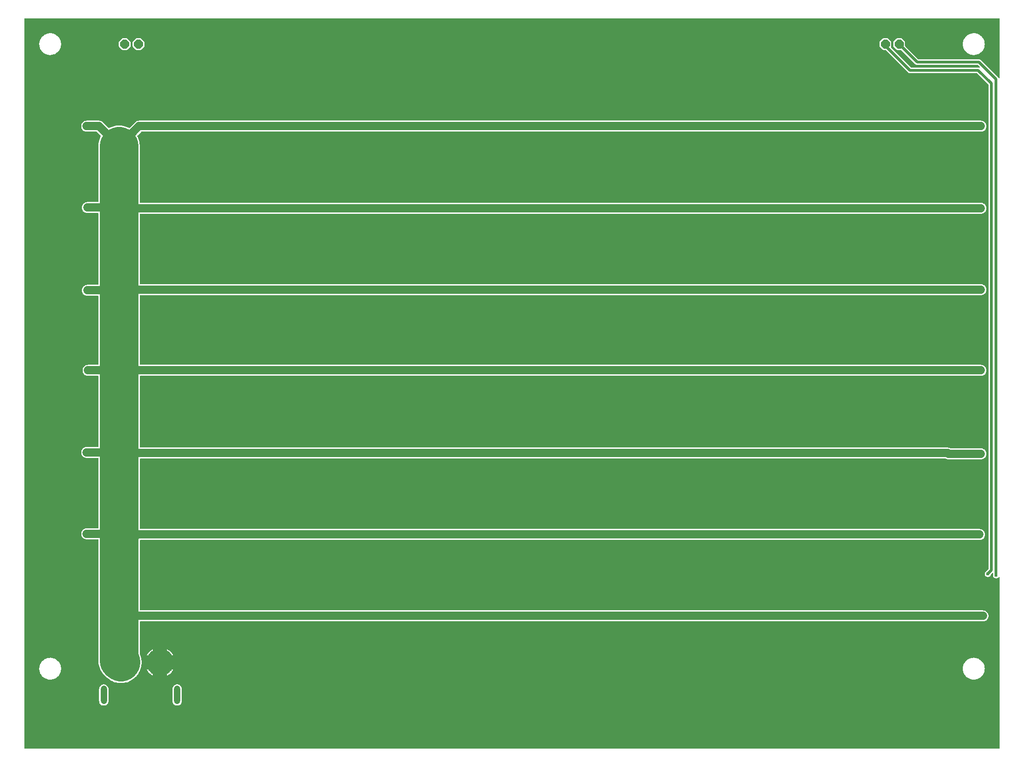
<source format=gbl>
G04 Layer: BottomLayer*
G04 EasyEDA v6.5.47, 2024-11-13 01:40:09*
G04 1c21e17b061f4530800f8f8e294a802d,69e988d02e8547bda770e33b2b7d29c3,10*
G04 Gerber Generator version 0.2*
G04 Scale: 100 percent, Rotated: No, Reflected: No *
G04 Dimensions in millimeters *
G04 leading zeros omitted , absolute positions ,4 integer and 5 decimal *
%FSLAX45Y45*%
%MOMM*%

%AMMACRO1*4,1,8,-0.3401,-0.8214,-0.8214,-0.3401,-0.8214,0.3401,-0.3401,0.8214,0.3401,0.8214,0.8214,0.3401,0.8214,-0.3401,0.3401,-0.8214,-0.3401,-0.8214,0*%
%AMMACRO2*4,1,8,0.3401,0.8214,0.8214,0.3401,0.8214,-0.3401,0.3401,-0.8214,-0.3401,-0.8214,-0.8214,-0.3401,-0.8214,0.3401,-0.3401,0.8214,0.3401,0.8214,0*%
%ADD10C,0.5000*%
%ADD11C,1.5000*%
%ADD12C,7.1000*%
%ADD13C,5.0000*%
%ADD14O,1.1999976X3.3999932*%
%ADD15C,0.6096*%
%ADD16MACRO1*%
%ADD17MACRO2*%
%ADD18C,1.5240*%
%ADD19C,0.6200*%
%ADD20C,0.0150*%

%LPD*%
G36*
X286054Y-12974066D02*
G01*
X282194Y-12973304D01*
X278892Y-12971068D01*
X276656Y-12967817D01*
X275894Y-12963906D01*
X275894Y463905D01*
X276656Y467817D01*
X278892Y471119D01*
X282194Y473303D01*
X286054Y474065D01*
X18213882Y474065D01*
X18217794Y473303D01*
X18221096Y471119D01*
X18223280Y467817D01*
X18224042Y463905D01*
X18224042Y-617169D01*
X18223128Y-621385D01*
X18220537Y-624890D01*
X18216727Y-626922D01*
X18212409Y-627227D01*
X18208396Y-625703D01*
X18205348Y-622655D01*
X18202706Y-618490D01*
X18200014Y-614984D01*
X18196864Y-611530D01*
X17879669Y-294335D01*
X17876215Y-291185D01*
X17872710Y-288493D01*
X17868950Y-286105D01*
X17864988Y-284073D01*
X17860924Y-282346D01*
X17856657Y-281025D01*
X17852339Y-280060D01*
X17847919Y-279501D01*
X17843296Y-279298D01*
X16732453Y-279298D01*
X16728592Y-278536D01*
X16725290Y-276301D01*
X16488003Y-39014D01*
X16485768Y-35712D01*
X16485006Y-31851D01*
X16485006Y33528D01*
X16484498Y39065D01*
X16483025Y43891D01*
X16480586Y48361D01*
X16477081Y52679D01*
X16429634Y100126D01*
X16425367Y103632D01*
X16420896Y106019D01*
X16416019Y107492D01*
X16410482Y108051D01*
X16343477Y108051D01*
X16337889Y107492D01*
X16333063Y106019D01*
X16328593Y103632D01*
X16324275Y100126D01*
X16276878Y52679D01*
X16273322Y48361D01*
X16270935Y43891D01*
X16269462Y39065D01*
X16268903Y33528D01*
X16268903Y-33528D01*
X16269462Y-39065D01*
X16270935Y-43891D01*
X16273322Y-48361D01*
X16276878Y-52679D01*
X16324275Y-100126D01*
X16328593Y-103632D01*
X16333063Y-106019D01*
X16337889Y-107492D01*
X16343477Y-108051D01*
X16408806Y-108051D01*
X16412718Y-108813D01*
X16416019Y-111048D01*
X16671036Y-366064D01*
X16674439Y-369214D01*
X16677995Y-371906D01*
X16681754Y-374294D01*
X16685666Y-376326D01*
X16689781Y-378053D01*
X16693997Y-379374D01*
X16698366Y-380339D01*
X16702735Y-380898D01*
X16707408Y-381101D01*
X17818201Y-381101D01*
X17822113Y-381863D01*
X17825364Y-384098D01*
X17859654Y-418338D01*
X17862042Y-422148D01*
X17862600Y-426618D01*
X17861127Y-430885D01*
X17857978Y-434085D01*
X17853761Y-435609D01*
X17849291Y-435203D01*
X17843906Y-433425D01*
X17839639Y-432460D01*
X17835219Y-431901D01*
X17830596Y-431698D01*
X16598798Y-431698D01*
X16594886Y-430936D01*
X16591635Y-428701D01*
X16226231Y-63296D01*
X16224097Y-60248D01*
X16223234Y-56641D01*
X16223742Y-52933D01*
X16226586Y-48361D01*
X16229025Y-43891D01*
X16230498Y-39065D01*
X16231006Y-33528D01*
X16231006Y33528D01*
X16230498Y39065D01*
X16229025Y43891D01*
X16226586Y48361D01*
X16223081Y52679D01*
X16175634Y100126D01*
X16171367Y103632D01*
X16166896Y106019D01*
X16162019Y107492D01*
X16156482Y108051D01*
X16089477Y108051D01*
X16083889Y107492D01*
X16079063Y106019D01*
X16074593Y103632D01*
X16070275Y100126D01*
X16022878Y52679D01*
X16019322Y48361D01*
X16016935Y43891D01*
X16015462Y39065D01*
X16014903Y33528D01*
X16014903Y-33528D01*
X16015462Y-39065D01*
X16016935Y-43891D01*
X16019322Y-48361D01*
X16022878Y-52679D01*
X16070275Y-100126D01*
X16074593Y-103632D01*
X16079063Y-106019D01*
X16083889Y-107492D01*
X16089477Y-108051D01*
X16122751Y-108051D01*
X16126612Y-108813D01*
X16129914Y-111048D01*
X16537330Y-518464D01*
X16540784Y-521614D01*
X16544290Y-524306D01*
X16548049Y-526694D01*
X16552011Y-528726D01*
X16556075Y-530453D01*
X16560342Y-531774D01*
X16564660Y-532739D01*
X16569080Y-533298D01*
X16573703Y-533501D01*
X17805501Y-533501D01*
X17809413Y-534263D01*
X17812664Y-536498D01*
X18018201Y-742035D01*
X18020436Y-745286D01*
X18021198Y-749198D01*
X18021198Y-9664801D01*
X18020436Y-9668713D01*
X18018201Y-9671964D01*
X17991785Y-9698380D01*
X17988432Y-9700666D01*
X17982996Y-9702800D01*
X17974767Y-9707880D01*
X17967553Y-9714230D01*
X17961457Y-9721748D01*
X17956784Y-9730181D01*
X17953583Y-9739274D01*
X17951958Y-9748774D01*
X17951958Y-9758426D01*
X17953583Y-9767925D01*
X17956784Y-9777018D01*
X17961457Y-9785451D01*
X17967553Y-9792970D01*
X17974767Y-9799320D01*
X17982996Y-9804400D01*
X17991937Y-9807956D01*
X18001386Y-9809988D01*
X18011038Y-9810445D01*
X18020588Y-9809175D01*
X18029783Y-9806381D01*
X18038419Y-9802012D01*
X18046192Y-9796272D01*
X18052846Y-9789312D01*
X18058231Y-9781336D01*
X18061940Y-9773208D01*
X18064022Y-9770211D01*
X18092724Y-9741458D01*
X18096026Y-9739223D01*
X18099938Y-9738461D01*
X18103799Y-9739223D01*
X18107101Y-9741458D01*
X18109336Y-9744760D01*
X18110098Y-9748621D01*
X18110098Y-9751314D01*
X18109488Y-9754666D01*
X18105983Y-9764674D01*
X18104358Y-9774174D01*
X18104358Y-9783826D01*
X18105983Y-9793325D01*
X18109184Y-9802418D01*
X18113857Y-9810851D01*
X18119953Y-9818370D01*
X18127167Y-9824720D01*
X18135396Y-9829800D01*
X18144337Y-9833356D01*
X18153786Y-9835388D01*
X18163438Y-9835845D01*
X18172988Y-9834575D01*
X18182183Y-9831781D01*
X18190819Y-9827412D01*
X18198592Y-9821672D01*
X18208548Y-9811410D01*
X18212612Y-9809988D01*
X18216880Y-9810343D01*
X18220588Y-9812426D01*
X18223128Y-9815880D01*
X18224042Y-9820097D01*
X18224042Y-12963906D01*
X18223280Y-12967817D01*
X18221096Y-12971068D01*
X18217794Y-12973304D01*
X18213882Y-12974066D01*
G37*

%LPC*%
G36*
X1737309Y-12179808D02*
G01*
X1749552Y-12178944D01*
X1761489Y-12176302D01*
X1772970Y-12172035D01*
X1783740Y-12166193D01*
X1793544Y-12158827D01*
X1802231Y-12150140D01*
X1809546Y-12140336D01*
X1815439Y-12129617D01*
X1819706Y-12118136D01*
X1822297Y-12106148D01*
X1823212Y-12093549D01*
X1823212Y-11874296D01*
X1822297Y-11861698D01*
X1819706Y-11849709D01*
X1815439Y-11838228D01*
X1809546Y-11827510D01*
X1802231Y-11817705D01*
X1793544Y-11809018D01*
X1783740Y-11801652D01*
X1772970Y-11795810D01*
X1761489Y-11791543D01*
X1749552Y-11788902D01*
X1737309Y-11788038D01*
X1725066Y-11788902D01*
X1713128Y-11791543D01*
X1701647Y-11795810D01*
X1690878Y-11801652D01*
X1681073Y-11809018D01*
X1672386Y-11817705D01*
X1665071Y-11827510D01*
X1659178Y-11838228D01*
X1654911Y-11849709D01*
X1652320Y-11861698D01*
X1651406Y-11874296D01*
X1651406Y-12093549D01*
X1652320Y-12106148D01*
X1654911Y-12118136D01*
X1659178Y-12129617D01*
X1665071Y-12140336D01*
X1672386Y-12150140D01*
X1681073Y-12158827D01*
X1690878Y-12166193D01*
X1701647Y-12172035D01*
X1713128Y-12176302D01*
X1725066Y-12178944D01*
G37*
G36*
X3087319Y-12179808D02*
G01*
X3099562Y-12178944D01*
X3111500Y-12176302D01*
X3122980Y-12172035D01*
X3133750Y-12166193D01*
X3143554Y-12158827D01*
X3152241Y-12150140D01*
X3159556Y-12140336D01*
X3165449Y-12129617D01*
X3169716Y-12118136D01*
X3172307Y-12106148D01*
X3173222Y-12093549D01*
X3173222Y-11874296D01*
X3172307Y-11861698D01*
X3169716Y-11849709D01*
X3165449Y-11838228D01*
X3159556Y-11827510D01*
X3152241Y-11817705D01*
X3143554Y-11809018D01*
X3133750Y-11801652D01*
X3122980Y-11795810D01*
X3111500Y-11791543D01*
X3099562Y-11788902D01*
X3087319Y-11788038D01*
X3075076Y-11788902D01*
X3063138Y-11791543D01*
X3051657Y-11795810D01*
X3040888Y-11801652D01*
X3031083Y-11809018D01*
X3022396Y-11817705D01*
X3015081Y-11827510D01*
X3009188Y-11838228D01*
X3004921Y-11849709D01*
X3002330Y-11861698D01*
X3001416Y-11874296D01*
X3001416Y-12093549D01*
X3002330Y-12106148D01*
X3004921Y-12118136D01*
X3009188Y-12129617D01*
X3015081Y-12140336D01*
X3022396Y-12150140D01*
X3031083Y-12158827D01*
X3040888Y-12166193D01*
X3051657Y-12172035D01*
X3063138Y-12176302D01*
X3075076Y-12178944D01*
G37*
G36*
X2052421Y-11764924D02*
G01*
X2079548Y-11763908D01*
X2106625Y-11761012D01*
X2133346Y-11756186D01*
X2159711Y-11749481D01*
X2185517Y-11740896D01*
X2210612Y-11730482D01*
X2234946Y-11718290D01*
X2258314Y-11704421D01*
X2280666Y-11688927D01*
X2301849Y-11671858D01*
X2321712Y-11653316D01*
X2340254Y-11633454D01*
X2357323Y-11612270D01*
X2372817Y-11589918D01*
X2386685Y-11566550D01*
X2398877Y-11542217D01*
X2409291Y-11517122D01*
X2417876Y-11491315D01*
X2424582Y-11464950D01*
X2429408Y-11438229D01*
X2432304Y-11411153D01*
X2433320Y-11384026D01*
X2432304Y-11356848D01*
X2429408Y-11329771D01*
X2424582Y-11303050D01*
X2417876Y-11276685D01*
X2409291Y-11250879D01*
X2400960Y-11230864D01*
X2400198Y-11226952D01*
X2400198Y-10639348D01*
X2400960Y-10635488D01*
X2403195Y-10632186D01*
X2406497Y-10630001D01*
X2410358Y-10629188D01*
X17919344Y-10629188D01*
X17932857Y-10628325D01*
X17945811Y-10625734D01*
X17958308Y-10621518D01*
X17970144Y-10615676D01*
X17981117Y-10608360D01*
X17991023Y-10599623D01*
X17999760Y-10589717D01*
X18007076Y-10578744D01*
X18012918Y-10566908D01*
X18017134Y-10554411D01*
X18019725Y-10541457D01*
X18020588Y-10528300D01*
X18019725Y-10515142D01*
X18017134Y-10502188D01*
X18012918Y-10489692D01*
X18007076Y-10477855D01*
X17999760Y-10466882D01*
X17991023Y-10456976D01*
X17981117Y-10448239D01*
X17970144Y-10440924D01*
X17958308Y-10435082D01*
X17945811Y-10430865D01*
X17932857Y-10428274D01*
X17919344Y-10427411D01*
X2410358Y-10427411D01*
X2406497Y-10426598D01*
X2403195Y-10424414D01*
X2400960Y-10421112D01*
X2400198Y-10417251D01*
X2400198Y-9140748D01*
X2400960Y-9136888D01*
X2403195Y-9133586D01*
X2406497Y-9131401D01*
X2410358Y-9130588D01*
X17855844Y-9130588D01*
X17869357Y-9129725D01*
X17882311Y-9127134D01*
X17894808Y-9122918D01*
X17906644Y-9117076D01*
X17917617Y-9109760D01*
X17927523Y-9101023D01*
X17936260Y-9091117D01*
X17943576Y-9080144D01*
X17949418Y-9068308D01*
X17953634Y-9055811D01*
X17956225Y-9042857D01*
X17957088Y-9029700D01*
X17956225Y-9016542D01*
X17953634Y-9003588D01*
X17949418Y-8991092D01*
X17943576Y-8979255D01*
X17936260Y-8968282D01*
X17927523Y-8958376D01*
X17917617Y-8949639D01*
X17906644Y-8942324D01*
X17894808Y-8936482D01*
X17882311Y-8932265D01*
X17869357Y-8929674D01*
X17855844Y-8928811D01*
X2410358Y-8928811D01*
X2406497Y-8927998D01*
X2403195Y-8925814D01*
X2400960Y-8922512D01*
X2400198Y-8918651D01*
X2400198Y-7642148D01*
X2400960Y-7638288D01*
X2403195Y-7634986D01*
X2406497Y-7632801D01*
X2410358Y-7631988D01*
X17233595Y-7631988D01*
X17238065Y-7633055D01*
X17246092Y-7637018D01*
X17258588Y-7641234D01*
X17271542Y-7643825D01*
X17285055Y-7644688D01*
X17881244Y-7644688D01*
X17894757Y-7643825D01*
X17907711Y-7641234D01*
X17920208Y-7637018D01*
X17932044Y-7631175D01*
X17943017Y-7623860D01*
X17952923Y-7615123D01*
X17961660Y-7605217D01*
X17968976Y-7594244D01*
X17974818Y-7582408D01*
X17979034Y-7569911D01*
X17981625Y-7556957D01*
X17982488Y-7543800D01*
X17981625Y-7530642D01*
X17979034Y-7517688D01*
X17974818Y-7505192D01*
X17968976Y-7493355D01*
X17961660Y-7482382D01*
X17952923Y-7472476D01*
X17943017Y-7463739D01*
X17932044Y-7456424D01*
X17920208Y-7450581D01*
X17907711Y-7446365D01*
X17894757Y-7443774D01*
X17881244Y-7442911D01*
X17323104Y-7442911D01*
X17318634Y-7441844D01*
X17310608Y-7437881D01*
X17298111Y-7433665D01*
X17285157Y-7431074D01*
X17271644Y-7430211D01*
X2410358Y-7430211D01*
X2406497Y-7429398D01*
X2403195Y-7427214D01*
X2400960Y-7423912D01*
X2400198Y-7420051D01*
X2400198Y-6118047D01*
X2400960Y-6114186D01*
X2403195Y-6110884D01*
X2406497Y-6108649D01*
X2410358Y-6107887D01*
X17881244Y-6107988D01*
X17894757Y-6107125D01*
X17907711Y-6104534D01*
X17920208Y-6100318D01*
X17932044Y-6094476D01*
X17943017Y-6087160D01*
X17952923Y-6078423D01*
X17961660Y-6068517D01*
X17968976Y-6057544D01*
X17974818Y-6045708D01*
X17979034Y-6033211D01*
X17981625Y-6020257D01*
X17982488Y-6007100D01*
X17981625Y-5993942D01*
X17979034Y-5980988D01*
X17974818Y-5968492D01*
X17968976Y-5956655D01*
X17961660Y-5945682D01*
X17952923Y-5935776D01*
X17943017Y-5927039D01*
X17932044Y-5919724D01*
X17920208Y-5913882D01*
X17907711Y-5909665D01*
X17894757Y-5907074D01*
X17881244Y-5906211D01*
X17299127Y-5906211D01*
X17297044Y-5906058D01*
X2410358Y-5906058D01*
X2406497Y-5905296D01*
X2403195Y-5903112D01*
X2400960Y-5899810D01*
X2400198Y-5895898D01*
X2400198Y-4632248D01*
X2400960Y-4628388D01*
X2403195Y-4625086D01*
X2406497Y-4622901D01*
X2410358Y-4622088D01*
X17881244Y-4622088D01*
X17894757Y-4621225D01*
X17907711Y-4618634D01*
X17920208Y-4614418D01*
X17932044Y-4608576D01*
X17943017Y-4601260D01*
X17952923Y-4592523D01*
X17961660Y-4582617D01*
X17968976Y-4571644D01*
X17974818Y-4559808D01*
X17979034Y-4547311D01*
X17981625Y-4534357D01*
X17982488Y-4521200D01*
X17981625Y-4508042D01*
X17979034Y-4495088D01*
X17974818Y-4482592D01*
X17968976Y-4470755D01*
X17961660Y-4459782D01*
X17952923Y-4449876D01*
X17943017Y-4441139D01*
X17932044Y-4433824D01*
X17920208Y-4427982D01*
X17907711Y-4423765D01*
X17894757Y-4421174D01*
X17881244Y-4420311D01*
X2410358Y-4420311D01*
X2406497Y-4419498D01*
X2403195Y-4417314D01*
X2400960Y-4414012D01*
X2400198Y-4410151D01*
X2400198Y-3133547D01*
X2400960Y-3129686D01*
X2403195Y-3126384D01*
X2406497Y-3124149D01*
X2410358Y-3123387D01*
X17881244Y-3123488D01*
X17894757Y-3122625D01*
X17907711Y-3120034D01*
X17920208Y-3115818D01*
X17932044Y-3109976D01*
X17943017Y-3102660D01*
X17952923Y-3093923D01*
X17961660Y-3084017D01*
X17968976Y-3073044D01*
X17974818Y-3061208D01*
X17979034Y-3048711D01*
X17981625Y-3035757D01*
X17982488Y-3022600D01*
X17981625Y-3009442D01*
X17979034Y-2996488D01*
X17974818Y-2983992D01*
X17968976Y-2972155D01*
X17961660Y-2961182D01*
X17952923Y-2951276D01*
X17943017Y-2942539D01*
X17932044Y-2935224D01*
X17920208Y-2929382D01*
X17907711Y-2925165D01*
X17894757Y-2922574D01*
X17881244Y-2921711D01*
X17476927Y-2921711D01*
X17474844Y-2921558D01*
X2410358Y-2921558D01*
X2406497Y-2920796D01*
X2403195Y-2918612D01*
X2400960Y-2915310D01*
X2400198Y-2911398D01*
X2400198Y-1879803D01*
X2399233Y-1852422D01*
X2396337Y-1825396D01*
X2391511Y-1798624D01*
X2384755Y-1772310D01*
X2376170Y-1746504D01*
X2365756Y-1721357D01*
X2353868Y-1697583D01*
X2352802Y-1693519D01*
X2353462Y-1689354D01*
X2355748Y-1685848D01*
X2426411Y-1615186D01*
X2429713Y-1613001D01*
X2433624Y-1612188D01*
X17881244Y-1612188D01*
X17894757Y-1611325D01*
X17907711Y-1608734D01*
X17920208Y-1604518D01*
X17932044Y-1598676D01*
X17943017Y-1591360D01*
X17952923Y-1582623D01*
X17961660Y-1572717D01*
X17968976Y-1561744D01*
X17974818Y-1549908D01*
X17979034Y-1537411D01*
X17981625Y-1524457D01*
X17982488Y-1511300D01*
X17981625Y-1498142D01*
X17979034Y-1485188D01*
X17974818Y-1472692D01*
X17968976Y-1460855D01*
X17961660Y-1449882D01*
X17952923Y-1439976D01*
X17943017Y-1431239D01*
X17932044Y-1423924D01*
X17920208Y-1418082D01*
X17907711Y-1413865D01*
X17894757Y-1411274D01*
X17881244Y-1410411D01*
X2387955Y-1410411D01*
X2374442Y-1411274D01*
X2361488Y-1413865D01*
X2348992Y-1418082D01*
X2337155Y-1423924D01*
X2326182Y-1431239D01*
X2316022Y-1440180D01*
X2213051Y-1543151D01*
X2209546Y-1545437D01*
X2205380Y-1546098D01*
X2201316Y-1545031D01*
X2177542Y-1533144D01*
X2152396Y-1522730D01*
X2126589Y-1514144D01*
X2100275Y-1507388D01*
X2073503Y-1502562D01*
X2046478Y-1499666D01*
X2019300Y-1498701D01*
X1992122Y-1499666D01*
X1965096Y-1502562D01*
X1938324Y-1507388D01*
X1912010Y-1514144D01*
X1886204Y-1522730D01*
X1861057Y-1533144D01*
X1837283Y-1545031D01*
X1833219Y-1546098D01*
X1829054Y-1545437D01*
X1825548Y-1543151D01*
X1722577Y-1440180D01*
X1712417Y-1431239D01*
X1701444Y-1423924D01*
X1689607Y-1418082D01*
X1677111Y-1413865D01*
X1664157Y-1411274D01*
X1650644Y-1410411D01*
X1422755Y-1410411D01*
X1409242Y-1411274D01*
X1396288Y-1413865D01*
X1383792Y-1418082D01*
X1371955Y-1423924D01*
X1360982Y-1431239D01*
X1351076Y-1439976D01*
X1342339Y-1449882D01*
X1335024Y-1460855D01*
X1329182Y-1472692D01*
X1324965Y-1485188D01*
X1322374Y-1498142D01*
X1321511Y-1511300D01*
X1322374Y-1524457D01*
X1324965Y-1537411D01*
X1329182Y-1549908D01*
X1335024Y-1561744D01*
X1342339Y-1572717D01*
X1351076Y-1582623D01*
X1360982Y-1591360D01*
X1371955Y-1598676D01*
X1383792Y-1604518D01*
X1396288Y-1608734D01*
X1409242Y-1611325D01*
X1422755Y-1612188D01*
X1604975Y-1612188D01*
X1608886Y-1613001D01*
X1612188Y-1615186D01*
X1682851Y-1685848D01*
X1685137Y-1689354D01*
X1685798Y-1693519D01*
X1684731Y-1697583D01*
X1672843Y-1721357D01*
X1662430Y-1746504D01*
X1653844Y-1772310D01*
X1647088Y-1798624D01*
X1642262Y-1825396D01*
X1639366Y-1852422D01*
X1638401Y-1879803D01*
X1638401Y-2898851D01*
X1637639Y-2902712D01*
X1635404Y-2906014D01*
X1632102Y-2908198D01*
X1628241Y-2909011D01*
X1435455Y-2909011D01*
X1421942Y-2909874D01*
X1408988Y-2912465D01*
X1396492Y-2916682D01*
X1384655Y-2922524D01*
X1373682Y-2929839D01*
X1363776Y-2938576D01*
X1355039Y-2948482D01*
X1347724Y-2959455D01*
X1341882Y-2971292D01*
X1337665Y-2983788D01*
X1335074Y-2996742D01*
X1334211Y-3009900D01*
X1335074Y-3023057D01*
X1337665Y-3036011D01*
X1341882Y-3048508D01*
X1347724Y-3060344D01*
X1355039Y-3071317D01*
X1363776Y-3081223D01*
X1373682Y-3089960D01*
X1384655Y-3097276D01*
X1396492Y-3103118D01*
X1408988Y-3107334D01*
X1421942Y-3109925D01*
X1435455Y-3110788D01*
X1628241Y-3110788D01*
X1632102Y-3111601D01*
X1635404Y-3113786D01*
X1637639Y-3117088D01*
X1638401Y-3120948D01*
X1638401Y-4422851D01*
X1637639Y-4426712D01*
X1635404Y-4430014D01*
X1632102Y-4432198D01*
X1628241Y-4433011D01*
X1435455Y-4433011D01*
X1421942Y-4433874D01*
X1408988Y-4436465D01*
X1396492Y-4440682D01*
X1384655Y-4446524D01*
X1373682Y-4453839D01*
X1363776Y-4462576D01*
X1355039Y-4472482D01*
X1347724Y-4483455D01*
X1341882Y-4495292D01*
X1337665Y-4507788D01*
X1335074Y-4520742D01*
X1334211Y-4533900D01*
X1335074Y-4547057D01*
X1337665Y-4560011D01*
X1341882Y-4572508D01*
X1347724Y-4584344D01*
X1355039Y-4595317D01*
X1363776Y-4605223D01*
X1373682Y-4613960D01*
X1384655Y-4621276D01*
X1396492Y-4627118D01*
X1408988Y-4631334D01*
X1421942Y-4633925D01*
X1435455Y-4634788D01*
X1628241Y-4634788D01*
X1632102Y-4635601D01*
X1635404Y-4637786D01*
X1637639Y-4641088D01*
X1638401Y-4644948D01*
X1638401Y-5896051D01*
X1637639Y-5899912D01*
X1635404Y-5903214D01*
X1632102Y-5905398D01*
X1628241Y-5906211D01*
X1448155Y-5906211D01*
X1434642Y-5907074D01*
X1421688Y-5909665D01*
X1409192Y-5913882D01*
X1397355Y-5919724D01*
X1386382Y-5927039D01*
X1376476Y-5935776D01*
X1367739Y-5945682D01*
X1360424Y-5956655D01*
X1354582Y-5968492D01*
X1350365Y-5980988D01*
X1347774Y-5993942D01*
X1346911Y-6007100D01*
X1347774Y-6020257D01*
X1350365Y-6033211D01*
X1354582Y-6045708D01*
X1360424Y-6057544D01*
X1367739Y-6068517D01*
X1376476Y-6078423D01*
X1386382Y-6087160D01*
X1397355Y-6094476D01*
X1409192Y-6100318D01*
X1421688Y-6104534D01*
X1434642Y-6107125D01*
X1448155Y-6107988D01*
X1628241Y-6107988D01*
X1632102Y-6108801D01*
X1635404Y-6110986D01*
X1637639Y-6114288D01*
X1638401Y-6118148D01*
X1638401Y-7407351D01*
X1637639Y-7411212D01*
X1635404Y-7414514D01*
X1632102Y-7416698D01*
X1628241Y-7417511D01*
X1422755Y-7417511D01*
X1409242Y-7418374D01*
X1396288Y-7420965D01*
X1383792Y-7425181D01*
X1371955Y-7431024D01*
X1360982Y-7438339D01*
X1351076Y-7447076D01*
X1342339Y-7456982D01*
X1335024Y-7467955D01*
X1329182Y-7479792D01*
X1324965Y-7492288D01*
X1322374Y-7505242D01*
X1321511Y-7518400D01*
X1322374Y-7531557D01*
X1324965Y-7544511D01*
X1329182Y-7557008D01*
X1335024Y-7568844D01*
X1342339Y-7579817D01*
X1351076Y-7589723D01*
X1360982Y-7598460D01*
X1371955Y-7605775D01*
X1383792Y-7611618D01*
X1396288Y-7615834D01*
X1409242Y-7618425D01*
X1422755Y-7619288D01*
X1628241Y-7619288D01*
X1632102Y-7620101D01*
X1635404Y-7622286D01*
X1637639Y-7625588D01*
X1638401Y-7629448D01*
X1638401Y-8905951D01*
X1637639Y-8909812D01*
X1635404Y-8913114D01*
X1632102Y-8915298D01*
X1628241Y-8916111D01*
X1422755Y-8916111D01*
X1409242Y-8916974D01*
X1396288Y-8919565D01*
X1383792Y-8923782D01*
X1371955Y-8929624D01*
X1360982Y-8936939D01*
X1351076Y-8945676D01*
X1342339Y-8955582D01*
X1335024Y-8966555D01*
X1329182Y-8978392D01*
X1324965Y-8990888D01*
X1322374Y-9003842D01*
X1321511Y-9017000D01*
X1322374Y-9030157D01*
X1324965Y-9043111D01*
X1329182Y-9055608D01*
X1335024Y-9067444D01*
X1342339Y-9078417D01*
X1351076Y-9088323D01*
X1360982Y-9097060D01*
X1371955Y-9104376D01*
X1383792Y-9110218D01*
X1396288Y-9114434D01*
X1409242Y-9117025D01*
X1422755Y-9117888D01*
X1628241Y-9117888D01*
X1632102Y-9118701D01*
X1635404Y-9120886D01*
X1637639Y-9124188D01*
X1638401Y-9128048D01*
X1638401Y-11350701D01*
X1639366Y-11378082D01*
X1642262Y-11405108D01*
X1647088Y-11431879D01*
X1653844Y-11458194D01*
X1662430Y-11484000D01*
X1672843Y-11509146D01*
X1684985Y-11533428D01*
X1698853Y-11556847D01*
X1714398Y-11579148D01*
X1731416Y-11600332D01*
X1750110Y-11620398D01*
X1782927Y-11653215D01*
X1802942Y-11671858D01*
X1824126Y-11688927D01*
X1846478Y-11704421D01*
X1869846Y-11718290D01*
X1894179Y-11730482D01*
X1919274Y-11740896D01*
X1945081Y-11749481D01*
X1971446Y-11756186D01*
X1998167Y-11761012D01*
X2025243Y-11763908D01*
G37*
G36*
X754888Y-11700814D02*
G01*
X774242Y-11699392D01*
X793343Y-11696141D01*
X812088Y-11691061D01*
X830224Y-11684152D01*
X847648Y-11675567D01*
X864158Y-11665305D01*
X879551Y-11653520D01*
X893775Y-11640312D01*
X906627Y-11625783D01*
X918057Y-11610086D01*
X927912Y-11593322D01*
X936091Y-11575745D01*
X942543Y-11557406D01*
X947166Y-11538559D01*
X949960Y-11519357D01*
X950925Y-11500002D01*
X949960Y-11480596D01*
X947166Y-11461394D01*
X942543Y-11442547D01*
X936091Y-11424208D01*
X927912Y-11406632D01*
X918057Y-11389868D01*
X906627Y-11374170D01*
X893775Y-11359642D01*
X879551Y-11346434D01*
X864158Y-11334648D01*
X847648Y-11324386D01*
X830224Y-11315801D01*
X812088Y-11308892D01*
X793343Y-11303812D01*
X774242Y-11300561D01*
X754888Y-11299139D01*
X735482Y-11299596D01*
X716178Y-11301933D01*
X697230Y-11306149D01*
X678789Y-11312144D01*
X660958Y-11319865D01*
X643991Y-11329314D01*
X628040Y-11340338D01*
X613206Y-11352885D01*
X599643Y-11366754D01*
X587502Y-11381892D01*
X576834Y-11398148D01*
X567842Y-11415318D01*
X560527Y-11433302D01*
X554939Y-11451894D01*
X551230Y-11470944D01*
X549351Y-11490248D01*
X549351Y-11509705D01*
X551230Y-11529009D01*
X554939Y-11548059D01*
X560527Y-11566652D01*
X567842Y-11584635D01*
X576834Y-11601805D01*
X587502Y-11618061D01*
X599643Y-11633200D01*
X613206Y-11647068D01*
X628040Y-11659616D01*
X643991Y-11670639D01*
X660958Y-11680088D01*
X678789Y-11687810D01*
X697230Y-11693804D01*
X716178Y-11698020D01*
X735482Y-11700357D01*
G37*
G36*
X17754854Y-11700814D02*
G01*
X17774208Y-11699392D01*
X17793309Y-11696141D01*
X17812054Y-11691061D01*
X17830190Y-11684152D01*
X17847614Y-11675567D01*
X17864124Y-11665305D01*
X17879517Y-11653520D01*
X17893741Y-11640312D01*
X17906593Y-11625783D01*
X17918023Y-11610086D01*
X17927878Y-11593322D01*
X17936057Y-11575745D01*
X17942509Y-11557406D01*
X17947132Y-11538559D01*
X17949926Y-11519357D01*
X17950891Y-11500002D01*
X17949926Y-11480596D01*
X17947132Y-11461394D01*
X17942509Y-11442547D01*
X17936057Y-11424208D01*
X17927878Y-11406632D01*
X17918023Y-11389868D01*
X17906593Y-11374170D01*
X17893741Y-11359642D01*
X17879517Y-11346434D01*
X17864124Y-11334648D01*
X17847614Y-11324386D01*
X17830190Y-11315801D01*
X17812054Y-11308892D01*
X17793309Y-11303812D01*
X17774208Y-11300561D01*
X17754854Y-11299139D01*
X17735448Y-11299596D01*
X17716144Y-11301933D01*
X17697196Y-11306149D01*
X17678755Y-11312144D01*
X17660924Y-11319865D01*
X17643957Y-11329314D01*
X17628006Y-11340338D01*
X17613172Y-11352885D01*
X17599609Y-11366754D01*
X17587468Y-11381892D01*
X17576800Y-11398148D01*
X17567808Y-11415318D01*
X17560493Y-11433302D01*
X17554905Y-11451894D01*
X17551196Y-11470944D01*
X17549317Y-11490248D01*
X17549317Y-11509705D01*
X17551196Y-11529009D01*
X17554905Y-11548059D01*
X17560493Y-11566652D01*
X17567808Y-11584635D01*
X17576800Y-11601805D01*
X17587468Y-11618061D01*
X17599609Y-11633200D01*
X17613172Y-11647068D01*
X17628006Y-11659616D01*
X17643957Y-11670639D01*
X17660924Y-11680088D01*
X17678755Y-11687810D01*
X17697196Y-11693804D01*
X17716144Y-11698020D01*
X17735448Y-11700357D01*
G37*
G36*
X2641041Y-11626443D02*
G01*
X2641041Y-11595404D01*
X2636520Y-11595658D01*
X2625090Y-11594693D01*
X2621483Y-11593677D01*
X2618486Y-11591391D01*
X2616504Y-11588242D01*
X2615793Y-11584533D01*
X2615793Y-11540591D01*
X2571851Y-11540591D01*
X2568143Y-11539880D01*
X2564993Y-11537899D01*
X2562707Y-11534902D01*
X2561742Y-11531295D01*
X2560726Y-11519865D01*
X2560980Y-11515344D01*
X2529840Y-11515344D01*
X2530602Y-11516918D01*
X2542590Y-11536680D01*
X2556154Y-11555374D01*
X2571292Y-11572849D01*
X2587802Y-11589054D01*
X2605582Y-11603786D01*
X2624582Y-11616944D01*
G37*
G36*
X2903728Y-11626392D02*
G01*
X2910332Y-11622938D01*
X2929839Y-11610543D01*
X2948279Y-11596573D01*
X2965450Y-11581130D01*
X2981248Y-11564264D01*
X2995625Y-11546179D01*
X3008376Y-11526926D01*
X3014726Y-11515344D01*
X2983839Y-11515344D01*
X2984042Y-11519865D01*
X2983077Y-11531295D01*
X2982061Y-11534902D01*
X2979775Y-11537899D01*
X2976626Y-11539880D01*
X2972917Y-11540591D01*
X2928975Y-11540591D01*
X2928975Y-11584533D01*
X2928264Y-11588242D01*
X2926334Y-11591391D01*
X2923336Y-11593677D01*
X2919679Y-11594693D01*
X2908249Y-11595658D01*
X2903728Y-11595404D01*
G37*
G36*
X2983839Y-11252657D02*
G01*
X3014726Y-11252657D01*
X3008376Y-11241074D01*
X2995625Y-11221821D01*
X2981248Y-11203736D01*
X2965450Y-11186871D01*
X2948279Y-11171428D01*
X2929839Y-11157458D01*
X2910332Y-11145062D01*
X2903728Y-11141608D01*
X2903728Y-11172596D01*
X2908300Y-11172342D01*
X2919730Y-11173307D01*
X2923336Y-11174323D01*
X2926334Y-11176609D01*
X2928315Y-11179759D01*
X2928975Y-11183467D01*
X2928975Y-11227409D01*
X2972917Y-11227409D01*
X2976626Y-11228120D01*
X2979826Y-11230102D01*
X2982061Y-11233099D01*
X2983077Y-11236706D01*
X2984042Y-11248136D01*
G37*
G36*
X2529840Y-11252657D02*
G01*
X2560980Y-11252657D01*
X2560726Y-11248136D01*
X2561742Y-11236706D01*
X2562707Y-11233099D01*
X2564993Y-11230102D01*
X2568143Y-11228120D01*
X2571851Y-11227409D01*
X2615793Y-11227409D01*
X2615793Y-11183467D01*
X2616504Y-11179759D01*
X2618486Y-11176609D01*
X2621483Y-11174323D01*
X2625090Y-11173307D01*
X2636520Y-11172342D01*
X2641041Y-11172596D01*
X2641041Y-11141557D01*
X2624582Y-11151057D01*
X2605582Y-11164214D01*
X2587802Y-11178946D01*
X2571292Y-11195151D01*
X2556154Y-11212626D01*
X2542590Y-11231321D01*
X2530602Y-11251082D01*
G37*
G36*
X754888Y-200863D02*
G01*
X774242Y-199440D01*
X793343Y-196189D01*
X812088Y-191058D01*
X830224Y-184200D01*
X847648Y-175564D01*
X864158Y-165354D01*
X879551Y-153568D01*
X893775Y-140309D01*
X906627Y-125780D01*
X918057Y-110083D01*
X927912Y-93370D01*
X936091Y-75742D01*
X942543Y-57454D01*
X947166Y-38608D01*
X949960Y-19405D01*
X950925Y0D01*
X949960Y19405D01*
X947166Y38608D01*
X942543Y57454D01*
X936091Y75742D01*
X927912Y93370D01*
X918057Y110083D01*
X906627Y125780D01*
X893775Y140309D01*
X879551Y153568D01*
X864158Y165354D01*
X847648Y175564D01*
X830224Y184200D01*
X812088Y191058D01*
X793343Y196138D01*
X774242Y199440D01*
X754888Y200863D01*
X735482Y200355D01*
X716178Y198018D01*
X697230Y193852D01*
X678789Y187858D01*
X660958Y180086D01*
X643991Y170637D01*
X628040Y159613D01*
X613206Y147116D01*
X599643Y133197D01*
X587502Y118059D01*
X576834Y101854D01*
X567842Y84632D01*
X560527Y66700D01*
X554939Y48056D01*
X551230Y29006D01*
X549351Y9702D01*
X549351Y-9702D01*
X551230Y-29006D01*
X554939Y-48056D01*
X560527Y-66700D01*
X567842Y-84683D01*
X576834Y-101854D01*
X587502Y-118059D01*
X599643Y-133197D01*
X613206Y-147116D01*
X628040Y-159613D01*
X643991Y-170637D01*
X660958Y-180086D01*
X678789Y-187858D01*
X697230Y-193852D01*
X716178Y-198018D01*
X735482Y-200355D01*
G37*
G36*
X17754854Y-200863D02*
G01*
X17774208Y-199440D01*
X17793309Y-196189D01*
X17812054Y-191058D01*
X17830190Y-184200D01*
X17847614Y-175564D01*
X17864124Y-165354D01*
X17879517Y-153568D01*
X17893741Y-140309D01*
X17906593Y-125780D01*
X17918023Y-110083D01*
X17927878Y-93370D01*
X17936057Y-75742D01*
X17942509Y-57454D01*
X17947132Y-38608D01*
X17949926Y-19405D01*
X17950891Y0D01*
X17949926Y19405D01*
X17947132Y38608D01*
X17942509Y57454D01*
X17936057Y75742D01*
X17927878Y93370D01*
X17918023Y110083D01*
X17906593Y125780D01*
X17893741Y140309D01*
X17879517Y153568D01*
X17864124Y165354D01*
X17847614Y175564D01*
X17830190Y184200D01*
X17812054Y191058D01*
X17793309Y196138D01*
X17774208Y199440D01*
X17754854Y200863D01*
X17735448Y200355D01*
X17716144Y198018D01*
X17697196Y193852D01*
X17678755Y187858D01*
X17660924Y180086D01*
X17643957Y170637D01*
X17628006Y159613D01*
X17613172Y147116D01*
X17599609Y133197D01*
X17587468Y118059D01*
X17576800Y101854D01*
X17567808Y84632D01*
X17560493Y66700D01*
X17554905Y48056D01*
X17551196Y29006D01*
X17549317Y9702D01*
X17549317Y-9702D01*
X17551196Y-29006D01*
X17554905Y-48056D01*
X17560493Y-66700D01*
X17567808Y-84683D01*
X17576800Y-101854D01*
X17587468Y-118059D01*
X17599609Y-133197D01*
X17613172Y-147116D01*
X17628006Y-159613D01*
X17643957Y-170637D01*
X17660924Y-180086D01*
X17678755Y-187858D01*
X17697196Y-193852D01*
X17716144Y-198018D01*
X17735448Y-200355D01*
G37*
G36*
X2343505Y-108051D02*
G01*
X2410510Y-108051D01*
X2416048Y-107492D01*
X2420924Y-106019D01*
X2425395Y-103632D01*
X2429662Y-100126D01*
X2477109Y-52679D01*
X2480614Y-48361D01*
X2483053Y-43891D01*
X2484475Y-39065D01*
X2485034Y-33528D01*
X2485034Y33528D01*
X2484475Y39065D01*
X2483053Y43891D01*
X2480614Y48361D01*
X2477109Y52679D01*
X2429662Y100126D01*
X2425395Y103632D01*
X2420924Y106019D01*
X2416048Y107492D01*
X2410510Y108051D01*
X2343505Y108051D01*
X2337917Y107492D01*
X2333091Y106019D01*
X2328621Y103632D01*
X2324303Y100126D01*
X2276906Y52679D01*
X2273350Y48361D01*
X2270963Y43891D01*
X2269490Y39065D01*
X2268931Y33528D01*
X2268931Y-33528D01*
X2269490Y-39065D01*
X2270963Y-43891D01*
X2273350Y-48361D01*
X2276906Y-52679D01*
X2324303Y-100126D01*
X2328621Y-103632D01*
X2333091Y-106019D01*
X2337917Y-107492D01*
G37*
G36*
X2089505Y-108051D02*
G01*
X2156510Y-108051D01*
X2162048Y-107492D01*
X2166924Y-106019D01*
X2171395Y-103632D01*
X2175662Y-100126D01*
X2223109Y-52679D01*
X2226614Y-48361D01*
X2229053Y-43891D01*
X2230475Y-39065D01*
X2231034Y-33528D01*
X2231034Y33528D01*
X2230475Y39065D01*
X2229053Y43891D01*
X2226614Y48361D01*
X2223109Y52679D01*
X2175662Y100126D01*
X2171395Y103632D01*
X2166924Y106019D01*
X2162048Y107492D01*
X2156510Y108051D01*
X2089505Y108051D01*
X2083917Y107492D01*
X2079091Y106019D01*
X2074621Y103632D01*
X2070303Y100126D01*
X2022906Y52679D01*
X2019350Y48361D01*
X2016963Y43891D01*
X2015489Y39065D01*
X2014931Y33528D01*
X2014931Y-33528D01*
X2015489Y-39065D01*
X2016963Y-43891D01*
X2019350Y-48361D01*
X2022906Y-52679D01*
X2070303Y-100126D01*
X2074621Y-103632D01*
X2079091Y-106019D01*
X2083917Y-107492D01*
G37*

%LPD*%
D10*
X16376980Y0D02*
G01*
X16707180Y-330200D01*
X17754600Y-330200D01*
X17843500Y-330200D01*
X18161000Y-647700D01*
X18161000Y-9779000D01*
X18008600Y-9753600D02*
G01*
X18072100Y-9690100D01*
X18072100Y-723900D01*
X17830800Y-482600D01*
X16573500Y-482600D01*
X16122980Y-32080D01*
X16122980Y0D01*
D11*
X2019300Y-9370832D02*
G01*
X2360432Y-9029700D01*
X17856200Y-9029700D01*
X15735300Y-10528300D02*
G01*
X17919700Y-10528300D01*
X2133600Y-10528300D02*
G01*
X15735300Y-10528300D01*
X2019300Y-9001894D02*
G01*
X2004194Y-9017000D01*
X1422400Y-9017000D01*
X2019300Y-7912100D02*
G01*
X2019300Y-7531100D01*
X17272000Y-7531100D01*
X17272000Y-7531100D02*
G01*
X17284700Y-7543800D01*
X17881600Y-7543800D01*
X17297400Y-6006988D02*
G01*
X17297511Y-6007100D01*
X17881600Y-6007100D01*
X2019300Y-4851400D02*
G01*
X2349500Y-4521200D01*
X17335500Y-4521200D01*
X17335500Y-4521200D02*
G01*
X17881600Y-4521200D01*
X2082800Y-3022488D02*
G01*
X17475200Y-3022488D01*
X17399000Y-1511300D02*
G01*
X17881600Y-1511300D01*
X2032000Y-6007100D02*
G01*
X1447800Y-6007100D01*
X2019300Y-4501362D02*
G01*
X1986762Y-4533900D01*
X1435100Y-4533900D01*
X2019300Y-3005584D02*
G01*
X2014984Y-3009900D01*
X1435100Y-3009900D01*
X2019300Y-7531100D02*
G01*
X2006600Y-7518400D01*
X1422400Y-7518400D01*
X2019300Y-1879600D02*
G01*
X1651000Y-1511300D01*
X1422400Y-1511300D01*
X2019300Y-1879600D02*
G01*
X2387600Y-1511300D01*
X17399000Y-1511300D01*
X17475200Y-3022600D02*
G01*
X17881600Y-3022600D01*
X2032000Y-6006988D02*
G01*
X17297400Y-6006988D01*
D12*
X2052396Y-11384000D02*
G01*
X2019300Y-11350904D01*
X2019300Y-1879600D01*
D13*
G01*
X2052396Y-11384000D03*
G01*
X2772384Y-11384000D03*
D14*
G01*
X3087395Y-11984024D03*
G01*
X1737385Y-11984024D03*
D15*
G01*
X2052396Y-11573992D03*
G01*
X1917395Y-11519001D03*
G01*
X1862378Y-11384000D03*
G01*
X1917395Y-11248999D03*
G01*
X2052396Y-11194008D03*
G01*
X2187397Y-11248999D03*
G01*
X2242388Y-11384000D03*
G01*
X2187397Y-11519001D03*
G01*
X2772384Y-11573992D03*
G01*
X2637383Y-11519001D03*
G01*
X2582392Y-11384000D03*
G01*
X2637383Y-11248999D03*
G01*
X2772384Y-11194008D03*
G01*
X2907385Y-11248999D03*
G01*
X2962376Y-11384000D03*
G01*
X2907385Y-11519001D03*
D16*
G01*
X2122995Y0D03*
G01*
X2376995Y0D03*
D17*
G01*
X16376967Y0D03*
G01*
X16122967Y0D03*
D18*
G01*
X999997Y-999997D03*
G01*
X999997Y-2499995D03*
G01*
X2499995Y-999997D03*
G01*
X2499995Y-2499995D03*
G01*
X3999991Y-999997D03*
G01*
X3999991Y-2499995D03*
G01*
X5499988Y-999997D03*
G01*
X5499988Y-2499995D03*
G01*
X5499988Y-3999992D03*
G01*
X3999991Y-3999992D03*
G01*
X2499995Y-3999992D03*
G01*
X999997Y-3999992D03*
G01*
X999997Y-2499995D03*
G01*
X2499995Y-2499995D03*
G01*
X3999991Y-2499995D03*
G01*
X5499988Y-2499995D03*
G01*
X9999979Y-5499988D03*
G01*
X8499983Y-5499988D03*
G01*
X6999986Y-5499988D03*
G01*
X5499988Y-5499988D03*
G01*
X5499988Y-3999992D03*
G01*
X6999986Y-3999992D03*
G01*
X8499983Y-3999992D03*
G01*
X9999979Y-3999992D03*
G01*
X9999979Y-2499995D03*
G01*
X8499983Y-2499995D03*
G01*
X6999986Y-2499995D03*
G01*
X5499988Y-2499995D03*
G01*
X5499988Y-999997D03*
G01*
X6999986Y-999997D03*
G01*
X8499983Y-999997D03*
G01*
X9999979Y-999997D03*
G01*
X5499988Y-5499988D03*
G01*
X3999991Y-5499988D03*
G01*
X2499995Y-5499988D03*
G01*
X999997Y-5499988D03*
G01*
X999997Y-3999992D03*
G01*
X2499995Y-3999992D03*
G01*
X3999991Y-3999992D03*
G01*
X5499988Y-3999992D03*
G01*
X5499988Y-6999986D03*
G01*
X3999991Y-6999986D03*
G01*
X2499995Y-6999986D03*
G01*
X999997Y-6999986D03*
G01*
X999997Y-5499988D03*
G01*
X2499995Y-5499988D03*
G01*
X3999991Y-5499988D03*
G01*
X5499988Y-5499988D03*
G01*
X5499988Y-8499983D03*
G01*
X3999991Y-8499983D03*
G01*
X2499995Y-8499983D03*
G01*
X999997Y-8499983D03*
G01*
X999997Y-6999986D03*
G01*
X2499995Y-6999986D03*
G01*
X3999991Y-6999986D03*
G01*
X5499988Y-6999986D03*
G01*
X5499988Y-9999979D03*
G01*
X3999991Y-9999979D03*
G01*
X2499995Y-9999979D03*
G01*
X999997Y-9999979D03*
G01*
X999997Y-8499983D03*
G01*
X2499995Y-8499983D03*
G01*
X3999991Y-8499983D03*
G01*
X5499988Y-8499983D03*
G01*
X9999979Y-9999979D03*
G01*
X8499983Y-9999979D03*
G01*
X6999986Y-9999979D03*
G01*
X5499988Y-9999979D03*
G01*
X5499988Y-8499983D03*
G01*
X6999986Y-8499983D03*
G01*
X8499983Y-8499983D03*
G01*
X9999979Y-8499983D03*
G01*
X9999979Y-6999986D03*
G01*
X8499983Y-6999986D03*
G01*
X6999986Y-6999986D03*
G01*
X5499988Y-6999986D03*
G01*
X5499988Y-5499988D03*
G01*
X6999986Y-5499988D03*
G01*
X8499983Y-5499988D03*
G01*
X9999979Y-5499988D03*
G01*
X14499970Y-2499995D03*
G01*
X12999974Y-2499995D03*
G01*
X11499977Y-2499995D03*
G01*
X9999979Y-2499995D03*
G01*
X9999979Y-999997D03*
G01*
X11499977Y-999997D03*
G01*
X12999974Y-999997D03*
G01*
X14499970Y-999997D03*
G01*
X17499965Y-2499995D03*
G01*
X15999968Y-2499995D03*
G01*
X14499970Y-2499995D03*
G01*
X12999974Y-2499995D03*
G01*
X12999974Y-999997D03*
G01*
X14499970Y-999997D03*
G01*
X15999968Y-999997D03*
G01*
X17499965Y-999997D03*
G01*
X15999968Y-3999992D03*
G01*
X14499970Y-3999992D03*
G01*
X12999974Y-3999992D03*
G01*
X11499977Y-3999992D03*
G01*
X11499977Y-2499995D03*
G01*
X12999974Y-2499995D03*
G01*
X14499970Y-2499995D03*
G01*
X15999968Y-2499995D03*
G01*
X17499965Y-3999992D03*
G01*
X15999968Y-3999992D03*
G01*
X14499970Y-3999992D03*
G01*
X12999974Y-3999992D03*
G01*
X12999974Y-2499995D03*
G01*
X14499970Y-2499995D03*
G01*
X15999968Y-2499995D03*
G01*
X17499965Y-2499995D03*
G01*
X15999968Y-5499988D03*
G01*
X14499970Y-5499988D03*
G01*
X12999974Y-5499988D03*
G01*
X11499977Y-5499988D03*
G01*
X11499977Y-3999992D03*
G01*
X12999974Y-3999992D03*
G01*
X14499970Y-3999992D03*
G01*
X15999968Y-3999992D03*
G01*
X15999968Y-6999986D03*
G01*
X14499970Y-6999986D03*
G01*
X12999974Y-6999986D03*
G01*
X11499977Y-6999986D03*
G01*
X11499977Y-5499988D03*
G01*
X12999974Y-5499988D03*
G01*
X14499970Y-5499988D03*
G01*
X15999968Y-5499988D03*
G01*
X17499965Y-6999986D03*
G01*
X15999968Y-6999986D03*
G01*
X14499970Y-6999986D03*
G01*
X12999974Y-6999986D03*
G01*
X12999974Y-5499988D03*
G01*
X14499970Y-5499988D03*
G01*
X15999968Y-5499988D03*
G01*
X17499965Y-5499988D03*
G01*
X14499970Y-9999979D03*
G01*
X12999974Y-9999979D03*
G01*
X11499977Y-9999979D03*
G01*
X9999979Y-9999979D03*
G01*
X9999979Y-8499983D03*
G01*
X11499977Y-8499983D03*
G01*
X12999974Y-8499983D03*
G01*
X14499970Y-8499983D03*
G01*
X17499965Y-9999979D03*
G01*
X15999968Y-9999979D03*
G01*
X14499970Y-9999979D03*
G01*
X12999974Y-9999979D03*
G01*
X12999974Y-8499983D03*
G01*
X14499970Y-8499983D03*
G01*
X15999968Y-8499983D03*
G01*
X17499965Y-8499983D03*
D19*
G01*
X17919700Y-10528300D03*
G01*
X16421100Y-10528300D03*
G01*
X14833600Y-10528300D03*
G01*
X13423900Y-10528300D03*
G01*
X11925300Y-10528300D03*
G01*
X10388600Y-10541000D03*
G01*
X8877300Y-10541000D03*
G01*
X7327900Y-10528300D03*
G01*
X5867400Y-10541000D03*
G01*
X4368800Y-10541000D03*
G01*
X3022600Y-10541000D03*
G01*
X2019300Y-10832464D03*
G01*
X2895600Y-9029700D03*
G01*
X4432300Y-9029700D03*
G01*
X5956300Y-9004300D03*
G01*
X7442200Y-9004300D03*
G01*
X8877300Y-9004300D03*
G01*
X10375900Y-9004300D03*
G01*
X11887200Y-9004300D03*
G01*
X13360400Y-9004300D03*
G01*
X14884400Y-9004300D03*
G01*
X16408400Y-9004300D03*
G01*
X17856200Y-9029700D03*
G01*
X1422400Y-9017000D03*
G01*
X1422400Y-7518400D03*
G01*
X2992500Y-7531100D03*
G01*
X4445000Y-7531100D03*
G01*
X5867400Y-7531100D03*
G01*
X7378700Y-7531100D03*
G01*
X8890000Y-7531100D03*
G01*
X10388600Y-7531100D03*
G01*
X11874500Y-7531100D03*
G01*
X13398500Y-7531100D03*
G01*
X14884400Y-7531100D03*
G01*
X16408400Y-7531100D03*
G01*
X17881600Y-7543800D03*
G01*
X17881600Y-6007100D03*
G01*
X16370300Y-6007100D03*
G01*
X14884400Y-6007100D03*
G01*
X11887200Y-6007100D03*
G01*
X10375900Y-6007100D03*
G01*
X8877300Y-6007100D03*
G01*
X7378700Y-6007100D03*
G01*
X5867400Y-6007100D03*
G01*
X4394200Y-5994400D03*
G01*
X2954858Y-6006998D03*
G01*
X1447800Y-6007100D03*
G01*
X13385800Y-6007100D03*
G01*
X17881600Y-4521200D03*
G01*
X16383000Y-4521200D03*
G01*
X14897100Y-4521200D03*
G01*
X13385800Y-4521200D03*
G01*
X11861800Y-4521200D03*
G01*
X10375900Y-4521200D03*
G01*
X8877300Y-4521200D03*
G01*
X7378700Y-4521200D03*
G01*
X5867400Y-4521200D03*
G01*
X17881600Y-3022600D03*
G01*
X16370300Y-3022600D03*
G01*
X14884400Y-3022600D03*
G01*
X13385800Y-3022600D03*
G01*
X11874500Y-3022600D03*
G01*
X10375900Y-3022600D03*
G01*
X8864600Y-3022600D03*
G01*
X7378700Y-3022600D03*
G01*
X17881600Y-1511300D03*
G01*
X16357600Y-1511300D03*
G01*
X14859000Y-1511300D03*
G01*
X13360400Y-1511300D03*
G01*
X11861800Y-1511300D03*
G01*
X10350500Y-1511300D03*
G01*
X8864600Y-1511300D03*
G01*
X7378700Y-1511300D03*
G01*
X5880100Y-1511300D03*
G01*
X4394200Y-4521200D03*
G01*
X2895600Y-4508500D03*
G01*
X1435100Y-4533900D03*
G01*
X1435100Y-3009900D03*
G01*
X1422400Y-1511300D03*
G01*
X5854700Y-3022600D03*
G01*
X4381500Y-3022600D03*
G01*
X2882900Y-3009900D03*
G01*
X4394200Y-1511300D03*
G01*
X2921000Y-1511300D03*
G01*
X18008600Y-9753600D03*
G01*
X18161000Y-9779000D03*
M02*

</source>
